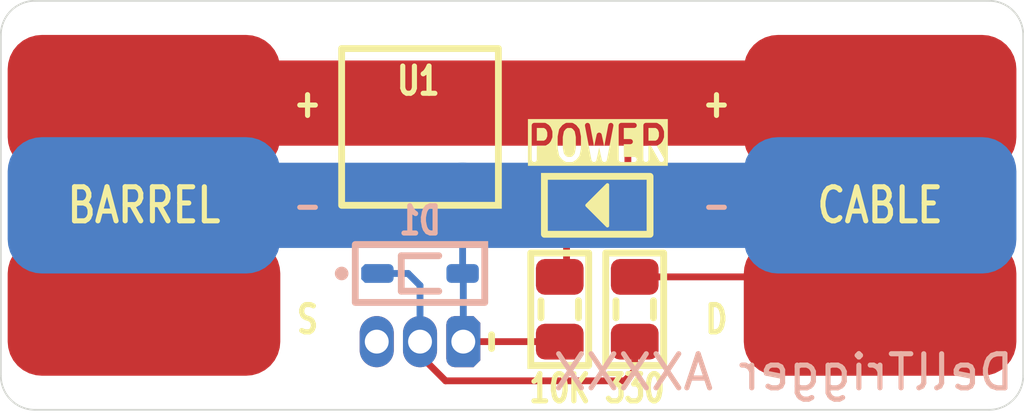
<source format=kicad_pcb>
(kicad_pcb (version 20240108) (generator "pcbnew") (generator_version "8.0")
  (layers (0 "F.Cu" signal) (31 "B.Cu" signal) (34 "B.Paste" user) (35 "F.Paste" user) (36 "B.SilkS" user "B.Silkscreen") (37 "F.SilkS" user "F.Silkscreen") (38 "B.Mask" user) (39 "F.Mask" user) (44 "Edge.Cuts" user))
  (net 0 "")
  (net 1 "GND")
  (net 2 "DATA'")
  (net 3 "DATA")
  (net 4 "LED")
  (net 5 "+VDC")
  (footprint "Medo64:TP Pad (8.0x4.0)" (layer "F.Cu") (at 40.8 18)
    (property "Reference" "TP21" (hide yes))
    (property "Value" "+" (at -4.8 0 0) (layer "F.SilkS") (effects (font (size 0.8 0.6) (thickness 0.15) (bold yes))))
    (pad "1" smd roundrect (at 0 0) (size 8 4) (property pad_prop_testpoint) (layers "F.Cu" "F.Mask") (net 5 "+VDC"))
  )
  (footprint "Medo64:TP Pad (8.0x4.0)" (layer "F.Cu") (at 19.2 18)
    (property "Reference" "TP11" (hide yes))
    (property "Value" "+" (at 4.8 0 0) (layer "F.SilkS") (effects (font (size 0.8 0.6) (thickness 0.15) (bold yes))))
    (pad "1" smd roundrect (at 0 0) (size 8 4) (property pad_prop_testpoint) (layers "F.Cu" "F.Mask") (net 5 "+VDC"))
  )
  (footprint "Medo64:DS (0805)" (layer "F.Cu") (at 32.5 21)
    (property "Reference" "DS1" (hide yes))
    (property "Value" "POWER" (at 0 -1.8 0) (layer "F.SilkS" knockout) (effects (font (size 1 0.8) (thickness 0.15) (bold yes))))
    (fp_rect (start -1.55 -0.85) (end 1.55 0.85) (stroke (width 0.2)) (fill none) (layer "F.SilkS"))
    (fp_poly (pts (xy -0.3 0) (xy 0.3 -0.6) (xy 0.3 0.6)) (stroke (width 0.1)) (fill solid) (layer "F.SilkS"))
    (pad "1" smd roundrect (at -0.9 0) (size 1 1.4) (layers "F.Cu" "F.Paste" "F.Mask") (chamfer_ratio 0.2) (chamfer top_left bottom_left) (net 4 "LED"))
    (pad "2" smd roundrect (at 0.9 0) (size 1 1.4) (layers "F.Cu" "F.Paste" "F.Mask") (net 5 "+VDC"))
  )
  (footprint "Medo64:TP Pad (8.0x4.0)" (layer "F.Cu") (at 19.2 24)
    (property "Reference" "TP13" (hide yes))
    (property "Value" "S" (at 4.8 0.35 0) (layer "F.SilkS") (effects (font (size 0.8 0.6) (thickness 0.15) (bold yes))))
    (pad "1" smd roundrect (at 0 0) (size 8 4) (property pad_prop_testpoint) (layers "F.Cu" "F.Mask"))
  )
  (footprint "Medo64:U Eeprom DS2502 (TO92H)" (layer "F.Cu") (at 27.3 25 180)
    (property "Reference" "U1" (at 0.05 7.65 0) (layer "F.SilkS") (effects (font (size 0.8 0.6) (thickness 0.15) (bold yes))))
    (property "Value" "U Eeprom DS2502 (TO92H)" (hide yes))
    (fp_line (start -2.1 0.2) (end -2.1 -0.2) (stroke (width 0.2)) (layer "F.SilkS"))
    (fp_rect (start -2.3 4) (end 2.3 8.6) (stroke (width 0.2)) (fill none) (layer "F.SilkS"))
    (pad "1" thru_hole roundrect (at -1.27 0 180) (size 1 1.5) (drill 0.7) (layers "*.Cu" "B.Mask") (chamfer_ratio 0.2) (chamfer top_left bottom_left) (net 1 "GND"))
    (pad "2" thru_hole oval (at 0 0 180) (size 1 1.5) (drill 0.7) (layers "*.Cu" "B.Mask") (net 3 "DATA"))
    (pad "3" thru_hole oval (at 1.27 0 180) (size 1 1.5) (drill 0.7) (layers "*.Cu" "B.Mask"))
  )
  (footprint "Medo64:TP Pad (8.0x4.0)" (layer "F.Cu") (at 40.8 24)
    (property "Reference" "TP23" (hide yes))
    (property "Value" "D" (at -4.8 0.35 0) (layer "F.SilkS") (effects (font (size 0.8 0.6) (thickness 0.15) (bold yes))))
    (pad "1" smd roundrect (at 0 0) (size 8 4) (property pad_prop_testpoint) (layers "F.Cu" "F.Mask") (net 2 "DATA'"))
  )
  (footprint "Medo64:R (0805)" (layer "F.Cu") (at 31.4 24.05 90)
    (property "Reference" "R2" (hide yes))
    (property "Value" "10K" (at -2.325 0 180) (layer "F.SilkS") (effects (font (size 0.8 0.6))))
    (fp_line (start -0.25 -0.55) (end 0.25 -0.55) (stroke (width 0.2)) (layer "F.SilkS"))
    (fp_line (start -0.25 0.55) (end 0.25 0.55) (stroke (width 0.2)) (layer "F.SilkS"))
    (fp_rect (start -1.65 -0.85) (end 1.65 0.85) (stroke (width 0.2)) (fill none) (layer "F.SilkS"))
    (pad "1" smd roundrect (at -0.95 0 90) (size 1.05 1.4) (layers "F.Cu" "F.Paste" "F.Mask") (net 1 "GND"))
    (pad "2" smd roundrect (at 0.95 0 90) (size 1.05 1.4) (layers "F.Cu" "F.Paste" "F.Mask") (net 4 "LED"))
  )
  (footprint "Medo64:R (0805)" (layer "F.Cu") (at 33.6 24.05 90)
    (property "Reference" "R1" (hide yes))
    (property "Value" "330" (at -2.325 0 0) (layer "F.SilkS") (effects (font (size 0.8 0.6))))
    (fp_line (start -0.25 -0.55) (end 0.25 -0.55) (stroke (width 0.2)) (layer "F.SilkS"))
    (fp_line (start -0.25 0.55) (end 0.25 0.55) (stroke (width 0.2)) (layer "F.SilkS"))
    (fp_rect (start -1.65 -0.85) (end 1.65 0.85) (stroke (width 0.2)) (fill none) (layer "F.SilkS"))
    (pad "1" smd roundrect (at -0.95 0 90) (size 1.05 1.4) (layers "F.Cu" "F.Paste" "F.Mask") (net 3 "DATA"))
    (pad "2" smd roundrect (at 0.95 0 90) (size 1.05 1.4) (layers "F.Cu" "F.Paste" "F.Mask") (net 2 "DATA'"))
  )
  (footprint "Medo64:D (SOD323)" (layer "B.Cu") (at 27.3 23)
    (property "Reference" "D1" (at 0 -1.55 0) (layer "B.SilkS") (effects (font (size 0.8 0.6) (thickness 0.15) (bold yes)) (justify mirror)))
    (property "Value" "CUS08F30" (hide yes))
    (fp_line (start -0.55 -0.52) (end -0.55 0.52) (stroke (width 0.2)) (layer "B.SilkS"))
    (fp_line (start 0.55 -0.52) (end -0.55 -0.52) (stroke (width 0.2)) (layer "B.SilkS"))
    (fp_line (start 0.55 0.52) (end -0.55 0.52) (stroke (width 0.2)) (layer "B.SilkS"))
    (fp_rect (start 1.9 -0.85) (end -1.9 0.85) (stroke (width 0.2)) (fill none) (layer "B.SilkS"))
    (fp_circle (center -2.3 0) (end -2.15 0) (stroke (width 0.1)) (fill solid) (layer "B.SilkS"))
    (pad "1" smd roundrect (at -1.25 0) (size 0.95 0.55) (layers "B.Cu" "B.Paste" "B.Mask") (chamfer_ratio 0.2) (chamfer top_left bottom_left) (net 3 "DATA"))
    (pad "2" smd roundrect (at 1.25 0) (size 0.95 0.55) (layers "B.Cu" "B.Paste" "B.Mask") (net 1 "GND"))
  )
  (footprint "Medo64:TP Pad (8.0x4.0)" (layer "B.Cu") (at 19.2 21 180)
    (property "Reference" "TP12" (hide yes))
    (property "Value" "-" (at -4.8 0 0) (layer "B.SilkS") (effects (font (size 0.8 0.6) (thickness 0.15) (bold yes)) (justify mirror)))
    (pad "1" smd roundrect (at 0 0 180) (size 8 4) (property pad_prop_testpoint) (layers "B.Cu" "B.Mask") (net 1 "GND"))
  )
  (footprint "Medo64:TP Pad (8.0x4.0)" (layer "B.Cu") (at 40.8 21 180)
    (property "Reference" "TP22" (hide yes))
    (property "Value" "-" (at 4.8 0 0) (layer "B.SilkS") (effects (font (size 0.8 0.6) (thickness 0.15) (bold yes)) (justify mirror)))
    (pad "1" smd roundrect (at 0 0 180) (size 8 4) (property pad_prop_testpoint) (layers "B.Cu" "B.Mask") (net 1 "GND"))
  )
  (gr_arc (start 45 26) (mid 44.707107 26.707107) (end 44 27) (stroke (width 0.05)) (layer "Edge.Cuts"))
  (gr_arc (start 16 27) (mid 15.292893 26.707107) (end 15 26) (stroke (width 0.05)) (layer "Edge.Cuts"))
  (gr_arc (start 15 16) (mid 15.292893 15.292893) (end 16 15) (stroke (width 0.05)) (layer "Edge.Cuts"))
  (gr_line (start 45 16) (end 45 26) (stroke (width 0.05)) (layer "Edge.Cuts"))
  (gr_line (start 15 16) (end 15 26) (stroke (width 0.05)) (layer "Edge.Cuts"))
  (gr_line (start 16 27) (end 44 27) (stroke (width 0.05)) (layer "Edge.Cuts"))
  (gr_arc (start 44 15) (mid 44.707107 15.292893) (end 45 16) (stroke (width 0.05)) (layer "Edge.Cuts"))
  (gr_line (start 16 15) (end 44 15) (stroke (width 0.05)) (layer "Edge.Cuts"))
  (gr_text "DellTrigger AXXXX" (at 44.8 25.9 0) (layer "B.SilkS") (effects (font (size 1 1)) (justify left mirror)))
  (gr_text "BARREL" (at 19.2 21 0) (layer "F.SilkS") (effects (font (size 1 0.8) (thickness 0.15) (bold yes))))
  (gr_text "CABLE" (at 40.8 21 0) (layer "F.SilkS") (effects (font (size 1 0.8) (thickness 0.15) (bold yes))))
  (segment (start 28.57 25) (end 31.4 25) (width 0.2) (layer "F.Cu") (net 1))
  (segment (start 28.57 25) (end 28.57 23.02) (width 0.2) (layer "B.Cu") (net 1))
  (segment (start 19.2 21) (end 28.55 21) (width 2.5) (layer "B.Cu") (net 1))
  (segment (start 28.55 21) (end 40.8 21) (width 2.5) (layer "B.Cu") (net 1))
  (segment (start 28.55 23) (end 28.55 21) (width 0.2) (layer "B.Cu") (net 1))
  (segment (start 33.6 23.1) (end 39.9 23.1) (width 0.2) (layer "F.Cu") (net 2))
  (segment (start 33.3 26.15) (end 28.05 26.15) (width 0.2) (layer "F.Cu") (net 3))
  (segment (start 33.6 25) (end 33.6 25.85) (width 0.2) (layer "F.Cu") (net 3))
  (segment (start 33.6 25.85) (end 33.3 26.15) (width 0.2) (layer "F.Cu") (net 3))
  (segment (start 28.05 26.15) (end 27.3 25.4) (width 0.2) (layer "F.Cu") (net 3))
  (segment (start 27.3 23.35) (end 26.95 23) (width 0.2) (layer "B.Cu") (net 3))
  (segment (start 26.95 23) (end 26.05 23) (width 0.2) (layer "B.Cu") (net 3))
  (segment (start 27.3 25) (end 27.3 23.35) (width 0.2) (layer "B.Cu") (net 3))
  (segment (start 31.6 21) (end 31.6 22.9) (width 0.2) (layer "F.Cu") (net 4))
  (segment (start 33.9 18) (end 19.2 18) (width 2.5) (layer "F.Cu") (net 5))
  (segment (start 40.8 18) (end 33.9 18) (width 2.5) (layer "F.Cu") (net 5))
  (segment (start 33.4 21) (end 33.4 18.5) (width 0.2) (layer "F.Cu") (net 5))
  (segment (start 33.4 18.5) (end 33.9 18) (width 0.2) (layer "F.Cu") (net 5))
)
</source>
